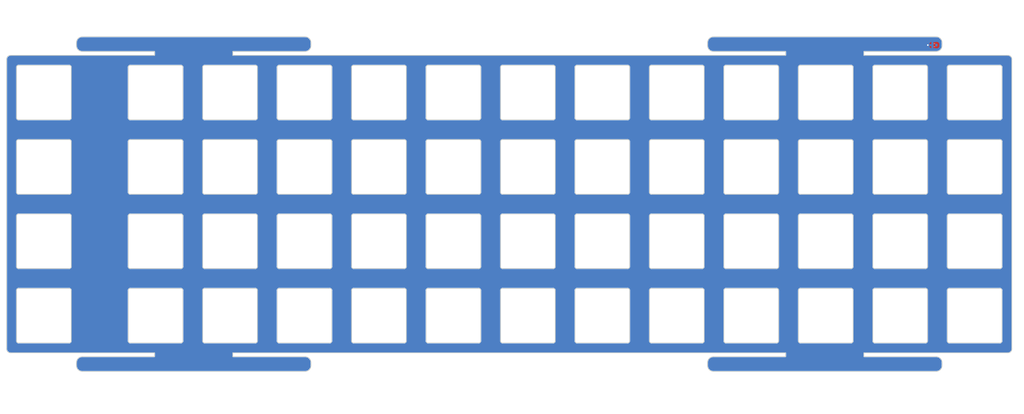
<source format=kicad_pcb>
(kicad_pcb (version 20221018) (generator pcbnew)
  (layers (0 "F.Cu" signal) (31 "B.Cu" signal) (34 "B.Paste" user) (35 "F.Paste" user) (36 "B.SilkS" user "B.Silkscreen") (37 "F.SilkS" user "F.Silkscreen") (38 "B.Mask" user) (39 "F.Mask" user) (44 "Edge.Cuts" user))
  (net 0 "")
  (net 2 "GND")
  (footprint "Resistor_SMD:R_0402_1005Metric" (layer "B.Cu") (at 256.0475 41.55 180)
    (fp_text reference "R1")
    (fp_text value "R_Small")
    (fp_line (start -0.153641 -0.38) (end 0.153641 -0.38) (stroke (width 0.12)) (layer "B.SilkS"))
    (fp_line (start -0.153641 0.38) (end 0.153641 0.38) (stroke (width 0.12)) (layer "B.SilkS"))
    (pad "1" smd roundrect (at -0.51 0 180) (size 0.54 0.64) (layers "B.Cu" "B.Paste" "B.Mask"))
    (pad "2" smd roundrect (at 0.51 0 180) (size 0.54 0.64) (layers "B.Cu" "B.Paste" "B.Mask") (net 2 "GND"))
  )
  (gr_arc (start 272.85 84.8) (mid 273.203553 84.946447) (end 273.35 85.3) (stroke (width 0.2)) (layer "Edge.Cuts"))
  (gr_arc (start 240.3 47.2) (mid 240.446447 46.846447) (end 240.8 46.7) (stroke (width 0.2)) (layer "Edge.Cuts"))
  (gr_arc (start 101.9 117.35) (mid 101.753553 117.703553) (end 101.4 117.85) (stroke (width 0.2)) (layer "Edge.Cuts"))
  (gr_line (start 96.559375 41.675) (end 96.559375 40.925) (stroke (width 0.2)) (layer "Edge.Cuts"))
  (gr_arc (start 18.7 45.175) (mid 18.992893 44.467893) (end 19.7 44.175) (stroke (width 0.2)) (layer "Edge.Cuts"))
  (gr_line (start 35.225 79.25) (end 35.225 66.25) (stroke (width 0.2)) (layer "Edge.Cuts"))
  (gr_arc (start 145.05 66.25) (mid 145.196447 65.896447) (end 145.55 65.75) (stroke (width 0.2)) (layer "Edge.Cuts"))
  (gr_arc (start 21.725 98.8) (mid 21.371447 98.653553) (end 21.225 98.3) (stroke (width 0.2)) (layer "Edge.Cuts"))
  (gr_arc (start 199.515625 43.175) (mid 198.454965 42.73566) (end 198.015625 41.675) (stroke (width 0.2)) (layer "Edge.Cuts"))
  (gr_arc (start 273.35 98.3) (mid 273.203553 98.653553) (end 272.85 98.8) (stroke (width 0.2)) (layer "Edge.Cuts"))
  (gr_line (start 259.85 65.75) (end 272.85 65.75) (stroke (width 0.2)) (layer "Edge.Cuts"))
  (gr_line (start 273.35 117.35) (end 273.35 104.35) (stroke (width 0.2)) (layer "Edge.Cuts"))
  (gr_arc (start 82.35 46.7) (mid 82.703553 46.846447) (end 82.85 47.2) (stroke (width 0.2)) (layer "Edge.Cuts"))
  (gr_arc (start 35.225 79.25) (mid 35.078553 79.603553) (end 34.725 79.75) (stroke (width 0.2)) (layer "Edge.Cuts"))
  (gr_line (start 145.05 47.2) (end 145.05 60.2) (stroke (width 0.2)) (layer "Edge.Cuts"))
  (gr_line (start 140 47.2) (end 140 60.2) (stroke (width 0.2)) (layer "Edge.Cuts"))
  (gr_arc (start 49.8 47.2) (mid 49.946447 46.846447) (end 50.3 46.7) (stroke (width 0.2)) (layer "Edge.Cuts"))
  (gr_arc (start 159.05 79.25) (mid 158.903553 79.603553) (end 158.55 79.75) (stroke (width 0.2)) (layer "Edge.Cuts"))
  (gr_arc (start 145.05 104.35) (mid 145.196447 103.996447) (end 145.55 103.85) (stroke (width 0.2)) (layer "Edge.Cuts"))
  (gr_arc (start 38.059375 43.175) (mid 36.998715 42.73566) (end 36.559375 41.675) (stroke (width 0.2)) (layer "Edge.Cuts"))
  (gr_arc (start 21.725 60.7) (mid 21.371447 60.553553) (end 21.225 60.2) (stroke (width 0.2)) (layer "Edge.Cuts"))
  (gr_line (start 164.1 47.2) (end 164.1 60.2) (stroke (width 0.2)) (layer "Edge.Cuts"))
  (gr_arc (start 258.015625 41.675) (mid 257.576285 42.73566) (end 256.515625 43.175) (stroke (width 0.2)) (layer "Edge.Cuts"))
  (gr_line (start 139.5 98.8) (end 126.5 98.8) (stroke (width 0.2)) (layer "Edge.Cuts"))
  (gr_arc (start 126.5 79.75) (mid 126.146447 79.603553) (end 126 79.25) (stroke (width 0.2)) (layer "Edge.Cuts"))
  (gr_line (start 240.3 104.35) (end 240.3 117.35) (stroke (width 0.2)) (layer "Edge.Cuts"))
  (gr_arc (start 107.45 60.7) (mid 107.096447 60.553553) (end 106.95 60.2) (stroke (width 0.2)) (layer "Edge.Cuts"))
  (gr_line (start 126 104.35) (end 126 117.35) (stroke (width 0.2)) (layer "Edge.Cuts"))
  (gr_arc (start 178.1 60.2) (mid 177.953553 60.553553) (end 177.6 60.7) (stroke (width 0.2)) (layer "Edge.Cuts"))
  (gr_line (start 63.3 65.75) (end 50.3 65.75) (stroke (width 0.2)) (layer "Edge.Cuts"))
  (gr_arc (start 21.225 104.35) (mid 21.371447 103.996447) (end 21.725 103.85) (stroke (width 0.2)) (layer "Edge.Cuts"))
  (gr_arc (start 159.05 60.2) (mid 158.903553 60.553553) (end 158.55 60.7) (stroke (width 0.2)) (layer "Edge.Cuts"))
  (gr_arc (start 63.3 65.75) (mid 63.653553 65.896447) (end 63.8 66.25) (stroke (width 0.2)) (layer "Edge.Cuts"))
  (gr_arc (start 177.6 84.8) (mid 177.953553 84.946447) (end 178.1 85.3) (stroke (width 0.2)) (layer "Edge.Cuts"))
  (gr_arc (start 120.45 84.8) (mid 120.803553 84.946447) (end 120.95 85.3) (stroke (width 0.2)) (layer "Edge.Cuts"))
  (gr_arc (start 50.3 60.7) (mid 49.946447 60.553553) (end 49.8 60.2) (stroke (width 0.2)) (layer "Edge.Cuts"))
  (gr_line (start 272.85 60.7) (end 259.85 60.7) (stroke (width 0.2)) (layer "Edge.Cuts"))
  (gr_line (start 139.5 60.7) (end 126.5 60.7) (stroke (width 0.2)) (layer "Edge.Cuts"))
  (gr_arc (start 126 85.3) (mid 126.146447 84.946447) (end 126.5 84.8) (stroke (width 0.2)) (layer "Edge.Cuts"))
  (gr_arc (start 253.8 65.75) (mid 254.153553 65.896447) (end 254.3 66.25) (stroke (width 0.2)) (layer "Edge.Cuts"))
  (gr_line (start 21.225 117.35) (end 21.225 104.35) (stroke (width 0.2)) (layer "Edge.Cuts"))
  (gr_line (start 183.65 79.75) (end 196.65 79.75) (stroke (width 0.2)) (layer "Edge.Cuts"))
  (gr_line (start 218.015625 44.175) (end 76.559375 44.175) (stroke (width 0.2)) (layer "Edge.Cuts"))
  (gr_line (start 221.25 104.35) (end 221.25 117.35) (stroke (width 0.2)) (layer "Edge.Cuts"))
  (gr_line (start 106.95 66.25) (end 106.95 79.25) (stroke (width 0.2)) (layer "Edge.Cuts"))
  (gr_arc (start 69.35 98.8) (mid 68.996447 98.653553) (end 68.85 98.3) (stroke (width 0.2)) (layer "Edge.Cuts"))
  (gr_arc (start 126.5 98.8) (mid 126.146447 98.653553) (end 126 98.3) (stroke (width 0.2)) (layer "Edge.Cuts"))
  (gr_arc (start 82.85 60.2) (mid 82.703553 60.553553) (end 82.35 60.7) (stroke (width 0.2)) (layer "Edge.Cuts"))
  (gr_line (start 197.15 60.2) (end 197.15 47.2) (stroke (width 0.2)) (layer "Edge.Cuts"))
  (gr_arc (start 63.8 117.35) (mid 63.653553 117.703553) (end 63.3 117.85) (stroke (width 0.2)) (layer "Edge.Cuts"))
  (gr_line (start 216.2 60.2) (end 216.2 47.2) (stroke (width 0.2)) (layer "Edge.Cuts"))
  (gr_line (start 238.015625 121.375) (end 238.015625 120.375) (stroke (width 0.2)) (layer "Edge.Cuts"))
  (gr_line (start 126.5 84.8) (end 139.5 84.8) (stroke (width 0.2)) (layer "Edge.Cuts"))
  (gr_arc (start 107.45 79.75) (mid 107.096447 79.603553) (end 106.95 79.25) (stroke (width 0.2)) (layer "Edge.Cuts"))
  (gr_line (start 69.35 98.8) (end 82.35 98.8) (stroke (width 0.2)) (layer "Edge.Cuts"))
  (gr_line (start 126.5 117.85) (end 139.5 117.85) (stroke (width 0.2)) (layer "Edge.Cuts"))
  (gr_arc (start 120.95 98.3) (mid 120.803553 98.653553) (end 120.45 98.8) (stroke (width 0.2)) (layer "Edge.Cuts"))
  (gr_line (start 164.1 85.3) (end 164.1 98.3) (stroke (width 0.2)) (layer "Edge.Cuts"))
  (gr_line (start 221.25 98.3) (end 221.25 85.3) (stroke (width 0.2)) (layer "Edge.Cuts"))
  (gr_arc (start 235.25 60.2) (mid 235.103553 60.553553) (end 234.75 60.7) (stroke (width 0.2)) (layer "Edge.Cuts"))
  (gr_line (start 21.725 98.8) (end 34.725 98.8) (stroke (width 0.2)) (layer "Edge.Cuts"))
  (gr_arc (start 221.75 117.85) (mid 221.396447 117.703553) (end 221.25 117.35) (stroke (width 0.2)) (layer "Edge.Cuts"))
  (gr_line (start 273.35 47.2) (end 273.35 60.2) (stroke (width 0.2)) (layer "Edge.Cuts"))
  (gr_line (start 197.15 98.3) (end 197.15 85.3) (stroke (width 0.2)) (layer "Edge.Cuts"))
  (gr_arc (start 139.5 103.85) (mid 139.853553 103.996447) (end 140 104.35) (stroke (width 0.2)) (layer "Edge.Cuts"))
  (gr_line (start 36.559375 40.925) (end 36.559375 41.675) (stroke (width 0.2)) (layer "Edge.Cuts"))
  (gr_line (start 126.5 79.75) (end 139.5 79.75) (stroke (width 0.2)) (layer "Edge.Cuts"))
  (gr_arc (start 106.95 47.2) (mid 107.096447 46.846447) (end 107.45 46.7) (stroke (width 0.2)) (layer "Edge.Cuts"))
  (gr_line (start 34.725 65.75) (end 21.725 65.75) (stroke (width 0.2)) (layer "Edge.Cuts"))
  (gr_line (start 178.1 66.25) (end 178.1 79.25) (stroke (width 0.2)) (layer "Edge.Cuts"))
  (gr_arc (start 178.1 79.25) (mid 177.953553 79.603553) (end 177.6 79.75) (stroke (width 0.2)) (layer "Edge.Cuts"))
  (gr_line (start 234.75 103.85) (end 221.75 103.85) (stroke (width 0.2)) (layer "Edge.Cuts"))
  (gr_arc (start 273.35 79.25) (mid 273.203553 79.603553) (end 272.85 79.75) (stroke (width 0.2)) (layer "Edge.Cuts"))
  (gr_line (start 234.75 46.7) (end 221.75 46.7) (stroke (width 0.2)) (layer "Edge.Cuts"))
  (gr_line (start 215.7 65.75) (end 202.7 65.75) (stroke (width 0.2)) (layer "Edge.Cuts"))
  (gr_arc (start 49.8 66.25) (mid 49.946447 65.896447) (end 50.3 65.75) (stroke (width 0.2)) (layer "Edge.Cuts"))
  (gr_line (start 101.4 84.8) (end 88.4 84.8) (stroke (width 0.2)) (layer "Edge.Cuts"))
  (gr_arc (start 68.85 85.3) (mid 68.996447 84.946447) (end 69.35 84.8) (stroke (width 0.2)) (layer "Edge.Cuts"))
  (gr_arc (start 164.1 66.25) (mid 164.246447 65.896447) (end 164.6 65.75) (stroke (width 0.2)) (layer "Edge.Cuts"))
  (gr_arc (start 140 79.25) (mid 139.853553 79.603553) (end 139.5 79.75) (stroke (width 0.2)) (layer "Edge.Cuts"))
  (gr_line (start 145.55 79.75) (end 158.55 79.75) (stroke (width 0.2)) (layer "Edge.Cuts"))
  (gr_line (start 49.8 47.2) (end 49.8 60.2) (stroke (width 0.2)) (layer "Edge.Cuts"))
  (gr_line (start 82.35 103.85) (end 69.35 103.85) (stroke (width 0.2)) (layer "Edge.Cuts"))
  (gr_line (start 235.25 117.35) (end 235.25 104.35) (stroke (width 0.2)) (layer "Edge.Cuts"))
  (gr_line (start 256.515625 39.425) (end 199.515625 39.425) (stroke (width 0.2)) (layer "Edge.Cuts"))
  (gr_line (start 49.8 85.3) (end 49.8 98.3) (stroke (width 0.2)) (layer "Edge.Cuts"))
  (gr_arc (start 145.55 79.75) (mid 145.196447 79.603553) (end 145.05 79.25) (stroke (width 0.2)) (layer "Edge.Cuts"))
  (gr_arc (start 197.15 60.2) (mid 197.003553 60.553553) (end 196.65 60.7) (stroke (width 0.2)) (layer "Edge.Cuts"))
  (gr_arc (start 158.55 46.7) (mid 158.903553 46.846447) (end 159.05 47.2) (stroke (width 0.2)) (layer "Edge.Cuts"))
  (gr_line (start 196.65 65.75) (end 183.65 65.75) (stroke (width 0.2)) (layer "Edge.Cuts"))
  (gr_arc (start 196.65 65.75) (mid 197.003553 65.896447) (end 197.15 66.25) (stroke (width 0.2)) (layer "Edge.Cuts"))
  (gr_line (start 164.1 104.35) (end 164.1 117.35) (stroke (width 0.2)) (layer "Edge.Cuts"))
  (gr_line (start 63.8 117.35) (end 63.8 104.35) (stroke (width 0.2)) (layer "Edge.Cuts"))
  (gr_arc (start 254.3 98.3) (mid 254.153553 98.653553) (end 253.8 98.8) (stroke (width 0.2)) (layer "Edge.Cuts"))
  (gr_arc (start 202.2 104.35) (mid 202.346447 103.996447) (end 202.7 103.85) (stroke (width 0.2)) (layer "Edge.Cuts"))
  (gr_arc (start 259.35 47.2) (mid 259.496447 46.846447) (end 259.85 46.7) (stroke (width 0.2)) (layer "Edge.Cuts"))
  (gr_arc (start 145.55 98.8) (mid 145.196447 98.653553) (end 145.05 98.3) (stroke (width 0.2)) (layer "Edge.Cuts"))
  (gr_arc (start 202.2 85.3) (mid 202.346447 84.946447) (end 202.7 84.8) (stroke (width 0.2)) (layer "Edge.Cuts"))
  (gr_line (start 272.85 103.85) (end 259.85 103.85) (stroke (width 0.2)) (layer "Edge.Cuts"))
  (gr_line (start 50.3 79.75) (end 63.3 79.75) (stroke (width 0.2)) (layer "Edge.Cuts"))
  (gr_line (start 159.05 117.35) (end 159.05 104.35) (stroke (width 0.2)) (layer "Edge.Cuts"))
  (gr_arc (start 82.35 103.85) (mid 82.703553 103.996447) (end 82.85 104.35) (stroke (width 0.2)) (layer "Edge.Cuts"))
  (gr_arc (start 95.059375 121.375) (mid 96.120035 121.81434) (end 96.559375 122.875) (stroke (width 0.2)) (layer "Edge.Cuts"))
  (gr_line (start 21.725 79.75) (end 34.725 79.75) (stroke (width 0.2)) (layer "Edge.Cuts"))
  (gr_line (start 82.85 98.3) (end 82.85 85.3) (stroke (width 0.2)) (layer "Edge.Cuts"))
  (gr_arc (start 107.45 117.85) (mid 107.096447 117.703553) (end 106.95 117.35) (stroke (width 0.2)) (layer "Edge.Cuts"))
  (gr_line (start 202.7 60.7) (end 215.7 60.7) (stroke (width 0.2)) (layer "Edge.Cuts"))
  (gr_arc (start 50.3 117.85) (mid 49.946447 117.703553) (end 49.8 117.35) (stroke (width 0.2)) (layer "Edge.Cuts"))
  (gr_arc (start 216.2 60.2) (mid 216.053553 60.553553) (end 215.7 60.7) (stroke (width 0.2)) (layer "Edge.Cuts"))
  (gr_arc (start 101.9 60.2) (mid 101.753553 60.553553) (end 101.4 60.7) (stroke (width 0.2)) (layer "Edge.Cuts"))
  (gr_arc (start 82.85 79.25) (mid 82.703553 79.603553) (end 82.35 79.75) (stroke (width 0.2)) (layer "Edge.Cuts"))
  (gr_line (start 38.059375 125.125) (end 95.059375 125.125) (stroke (width 0.2)) (layer "Edge.Cuts"))
  (gr_line (start 202.2 85.3) (end 202.2 98.3) (stroke (width 0.2)) (layer "Edge.Cuts"))
  (gr_line (start 259.85 98.8) (end 272.85 98.8) (stroke (width 0.2)) (layer "Edge.Cuts"))
  (gr_arc (start 63.3 103.85) (mid 63.653553 103.996447) (end 63.8 104.35) (stroke (width 0.2)) (layer "Edge.Cuts"))
  (gr_line (start 183.15 47.2) (end 183.15 60.2) (stroke (width 0.2)) (layer "Edge.Cuts"))
  (gr_line (start 140 117.35) (end 140 104.35) (stroke (width 0.2)) (layer "Edge.Cuts"))
  (gr_line (start 50.3 117.85) (end 63.3 117.85) (stroke (width 0.2)) (layer "Edge.Cuts"))
  (gr_arc (start 221.75 98.8) (mid 221.396447 98.653553) (end 221.25 98.3) (stroke (width 0.2)) (layer "Edge.Cuts"))
  (gr_line (start 95.059375 39.425) (end 38.059375 39.425) (stroke (width 0.2)) (layer "Edge.Cuts"))
  (gr_line (start 234.75 98.8) (end 221.75 98.8) (stroke (width 0.2)) (layer "Edge.Cuts"))
  (gr_line (start 106.95 104.35) (end 106.95 117.35) (stroke (width 0.2)) (layer "Edge.Cuts"))
  (gr_arc (start 36.559375 40.925) (mid 36.998715 39.86434) (end 38.059375 39.425) (stroke (width 0.2)) (layer "Edge.Cuts"))
  (gr_arc (start 19.7 120.375) (mid 18.992893 120.082107) (end 18.7 119.375) (stroke (width 0.2)) (layer "Edge.Cuts"))
  (gr_arc (start 63.3 46.7) (mid 63.653553 46.846447) (end 63.8 47.2) (stroke (width 0.2)) (layer "Edge.Cuts"))
  (gr_line (start 178.1 117.35) (end 178.1 104.35) (stroke (width 0.2)) (layer "Edge.Cuts"))
  (gr_arc (start 216.2 117.35) (mid 216.053553 117.703553) (end 215.7 117.85) (stroke (width 0.2)) (layer "Edge.Cuts"))
  (gr_line (start 107.45 60.7) (end 120.45 60.7) (stroke (width 0.2)) (layer "Edge.Cuts"))
  (gr_arc (start 36.559375 122.875) (mid 36.998715 121.81434) (end 38.059375 121.375) (stroke (width 0.2)) (layer "Edge.Cuts"))
  (gr_line (start 145.55 60.7) (end 158.55 60.7) (stroke (width 0.2)) (layer "Edge.Cuts"))
  (gr_arc (start 159.05 98.3) (mid 158.903553 98.653553) (end 158.55 98.8) (stroke (width 0.2)) (layer "Edge.Cuts"))
  (gr_line (start 87.9 66.25) (end 87.9 79.25) (stroke (width 0.2)) (layer "Edge.Cuts"))
  (gr_line (start 101.4 65.75) (end 88.4 65.75) (stroke (width 0.2)) (layer "Edge.Cuts"))
  (gr_line (start 253.8 46.7) (end 240.8 46.7) (stroke (width 0.2)) (layer "Edge.Cuts"))
  (gr_line (start 221.25 47.2) (end 221.25 60.2) (stroke (width 0.2)) (layer "Edge.Cuts"))
  (gr_arc (start 82.35 65.75) (mid 82.703553 65.896447) (end 82.85 66.25) (stroke (width 0.2)) (layer "Edge.Cuts"))
  (gr_arc (start 272.85 46.7) (mid 273.203553 46.846447) (end 273.35 47.2) (stroke (width 0.2)) (layer "Edge.Cuts"))
  (gr_line (start 88.4 79.75) (end 101.4 79.75) (stroke (width 0.2)) (layer "Edge.Cuts"))
  (gr_arc (start 82.85 117.35) (mid 82.703553 117.703553) (end 82.35 117.85) (stroke (width 0.2)) (layer "Edge.Cuts"))
  (gr_line (start 82.35 65.75) (end 69.35 65.75) (stroke (width 0.2)) (layer "Edge.Cuts"))
  (gr_line (start 196.65 84.8) (end 183.65 84.8) (stroke (width 0.2)) (layer "Edge.Cuts"))
  (gr_arc (start 21.225 85.3) (mid 21.371447 84.946447) (end 21.725 84.8) (stroke (width 0.2)) (layer "Edge.Cuts"))
  (gr_arc (start 235.25 98.3) (mid 235.103553 98.653553) (end 234.75 98.8) (stroke (width 0.2)) (layer "Edge.Cuts"))
  (gr_arc (start 69.35 60.7) (mid 68.996447 60.553553) (end 68.85 60.2) (stroke (width 0.2)) (layer "Edge.Cuts"))
  (gr_line (start 18.7 45.175) (end 18.7 119.375) (stroke (width 0.2)) (layer "Edge.Cuts"))
  (gr_line (start 101.4 46.7) (end 88.4 46.7) (stroke (width 0.2)) (layer "Edge.Cuts"))
  (gr_arc (start 253.8 84.8) (mid 254.153553 84.946447) (end 254.3 85.3) (stroke (width 0.2)) (layer "Edge.Cuts"))
  (gr_line (start 106.95 85.3) (end 106.95 98.3) (stroke (width 0.2)) (layer "Edge.Cuts"))
  (gr_arc (start 145.55 117.85) (mid 145.196447 117.703553) (end 145.05 117.35) (stroke (width 0.2)) (layer "Edge.Cuts"))
  (gr_line (start 82.85 117.35) (end 82.85 104.35) (stroke (width 0.2)) (layer "Edge.Cuts"))
  (gr_line (start 21.225 85.3) (end 21.225 98.3) (stroke (width 0.2)) (layer "Edge.Cuts"))
  (gr_line (start 240.8 79.75) (end 253.8 79.75) (stroke (width 0.2)) (layer "Edge.Cuts"))
  (gr_line (start 56.559375 120.375) (end 56.559375 121.375) (stroke (width 0.2)) (layer "Edge.Cuts"))
  (gr_line (start 63.3 103.85) (end 50.3 103.85) (stroke (width 0.2)) (layer "Edge.Cuts"))
  (gr_line (start 218.015625 120.375) (end 218.015625 121.375) (stroke (width 0.2)) (layer "Edge.Cuts"))
  (gr_arc (start 254.3 60.2) (mid 254.153553 60.553553) (end 253.8 60.7) (stroke (width 0.2)) (layer "Edge.Cuts"))
  (gr_line (start 177.6 103.85) (end 164.6 103.85) (stroke (width 0.2)) (layer "Edge.Cuts"))
  (gr_arc (start 120.45 46.7) (mid 120.803553 46.846447) (end 120.95 47.2) (stroke (width 0.2)) (layer "Edge.Cuts"))
  (gr_line (start 164.6 60.7) (end 177.6 60.7) (stroke (width 0.2)) (layer "Edge.Cuts"))
  (gr_arc (start 215.7 84.8) (mid 216.053553 84.946447) (end 216.2 85.3) (stroke (width 0.2)) (layer "Edge.Cuts"))
  (gr_arc (start 21.225 66.25) (mid 21.371447 65.896447) (end 21.725 65.75) (stroke (width 0.2)) (layer "Edge.Cuts"))
  (gr_arc (start 35.225 98.3) (mid 35.078553 98.653553) (end 34.725 98.8) (stroke (width 0.2)) (layer "Edge.Cuts"))
  (gr_arc (start 259.35 104.35) (mid 259.496447 103.996447) (end 259.85 103.85) (stroke (width 0.2)) (layer "Edge.Cuts"))
  (gr_line (start 87.9 85.3) (end 87.9 98.3) (stroke (width 0.2)) (layer "Edge.Cuts"))
  (gr_arc (start 216.2 98.3) (mid 216.053553 98.653553) (end 215.7 98.8) (stroke (width 0.2)) (layer "Edge.Cuts"))
  (gr_arc (start 234.75 84.8) (mid 235.103553 84.946447) (end 235.25 85.3) (stroke (width 0.2)) (layer "Edge.Cuts"))
  (gr_line (start 202.7 79.75) (end 215.7 79.75) (stroke (width 0.2)) (layer "Edge.Cuts"))
  (gr_line (start 215.7 46.7) (end 202.7 46.7) (stroke (width 0.2)) (layer "Edge.Cuts"))
  (gr_arc (start 126.5 60.7) (mid 126.146447 60.553553) (end 126 60.2) (stroke (width 0.2)) (layer "Edge.Cuts"))
  (gr_arc (start 240.3 85.3) (mid 240.446447 84.946447) (end 240.8 84.8) (stroke (width 0.2)) (layer "Edge.Cuts"))
  (gr_arc (start 50.3 79.75) (mid 49.946447 79.603553) (end 49.8 79.25) (stroke (width 0.2)) (layer "Edge.Cuts"))
  (gr_line (start 145.05 104.35) (end 145.05 117.35) (stroke (width 0.2)) (layer "Edge.Cuts"))
  (gr_arc (start 164.6 117.85) (mid 164.246447 117.703553) (end 164.1 117.35) (stroke (width 0.2)) (layer "Edge.Cuts"))
  (gr_line (start 56.559375 44.175) (end 19.7 44.175) (stroke (width 0.2)) (layer "Edge.Cuts"))
  (gr_line (start 274.875 44.175) (end 238.015625 44.175) (stroke (width 0.2)) (layer "Edge.Cuts"))
  (gr_line (start 158.55 65.75) (end 145.55 65.75) (stroke (width 0.2)) (layer "Edge.Cuts"))
  (gr_line (start 258.015625 41.675) (end 258.015625 40.925) (stroke (width 0.2)) (layer "Edge.Cuts"))
  (gr_line (start 254.3 60.2) (end 254.3 47.2) (stroke (width 0.2)) (layer "Edge.Cuts"))
  (gr_arc (start 49.8 85.3) (mid 49.946447 84.946447) (end 50.3 84.8) (stroke (width 0.2)) (layer "Edge.Cuts"))
  (gr_line (start 76.559375 121.375) (end 76.559375 120.375) (stroke (width 0.2)) (layer "Edge.Cuts"))
  (gr_line (start 235.25 85.3) (end 235.25 98.3) (stroke (width 0.2)) (layer "Edge.Cuts"))
  (gr_line (start 240.3 47.2) (end 240.3 60.2) (stroke (width 0.2)) (layer "Edge.Cuts"))
  (gr_arc (start 63.8 98.3) (mid 63.653553 98.653553) (end 63.3 98.8) (stroke (width 0.2)) (layer "Edge.Cuts"))
  (gr_arc (start 221.25 66.25) (mid 221.396447 65.896447) (end 221.75 65.75) (stroke (width 0.2)) (layer "Edge.Cuts"))
  (gr_line (start 259.35 60.2) (end 259.35 47.2) (stroke (width 0.2)) (layer "Edge.Cuts"))
  (gr_line (start 69.35 60.7) (end 82.35 60.7) (stroke (width 0.2)) (layer "Edge.Cuts"))
  (gr_line (start 88.4 117.85) (end 101.4 117.85) (stroke (width 0.2)) (layer "Edge.Cuts"))
  (gr_arc (start 63.8 60.2) (mid 63.653553 60.553553) (end 63.3 60.7) (stroke (width 0.2)) (layer "Edge.Cuts"))
  (gr_arc (start 126 47.2) (mid 126.146447 46.846447) (end 126.5 46.7) (stroke (width 0.2)) (layer "Edge.Cuts"))
  (gr_line (start 197.15 79.25) (end 197.15 66.25) (stroke (width 0.2)) (layer "Edge.Cuts"))
  (gr_line (start 120.45 65.75) (end 107.45 65.75) (stroke (width 0.2)) (layer "Edge.Cuts"))
  (gr_line (start 139.5 103.85) (end 126.5 103.85) (stroke (width 0.2)) (layer "Edge.Cuts"))
  (gr_arc (start 87.9 47.2) (mid 88.046447 46.846447) (end 88.4 46.7) (stroke (width 0.2)) (layer "Edge.Cuts"))
  (gr_line (start 183.15 104.35) (end 183.15 117.35) (stroke (width 0.2)) (layer "Edge.Cuts"))
  (gr_arc (start 35.225 60.2) (mid 35.078553 60.553553) (end 34.725 60.7) (stroke (width 0.2)) (layer "Edge.Cuts"))
  (gr_arc (start 164.1 47.2) (mid 164.246447 46.846447) (end 164.6 46.7) (stroke (width 0.2)) (layer "Edge.Cuts"))
  (gr_line (start 164.6 117.85) (end 177.6 117.85) (stroke (width 0.2)) (layer "Edge.Cuts"))
  (gr_arc (start 140 60.2) (mid 139.853553 60.553553) (end 139.5 60.7) (stroke (width 0.2)) (layer "Edge.Cuts"))
  (gr_arc (start 34.725 65.75) (mid 35.078553 65.896447) (end 35.225 66.25) (stroke (width 0.2)) (layer "Edge.Cuts"))
  (gr_line (start 259.35 79.25) (end 259.35 66.25) (stroke (width 0.2)) (layer "Edge.Cuts"))
  (gr_line (start 120.95 98.3) (end 120.95 85.3) (stroke (width 0.2)) (layer "Edge.Cuts"))
  (gr_arc (start 183.65 98.8) (mid 183.296447 98.653553) (end 183.15 98.3) (stroke (width 0.2)) (layer "Edge.Cuts"))
  (gr_arc (start 183.65 60.7) (mid 183.296447 60.553553) (end 183.15 60.2) (stroke (width 0.2)) (layer "Edge.Cuts"))
  (gr_line (start 35.225 98.3) (end 35.225 85.3) (stroke (width 0.2)) (layer "Edge.Cuts"))
  (gr_arc (start 183.65 79.75) (mid 183.296447 79.603553) (end 183.15 79.25) (stroke (width 0.2)) (layer "Edge.Cuts"))
  (gr_line (start 159.05 79.25) (end 159.05 66.25) (stroke (width 0.2)) (layer "Edge.Cuts"))
  (gr_line (start 273.35 98.3) (end 273.35 85.3) (stroke (width 0.2)) (layer "Edge.Cuts"))
  (gr_line (start 76.559375 44.175) (end 76.559375 43.175) (stroke (width 0.2)) (layer "Edge.Cuts"))
  (gr_line (start 36.559375 122.875) (end 36.559375 123.625) (stroke (width 0.2)) (layer "Edge.Cuts"))
  (gr_arc (start 273.35 117.35) (mid 273.203553 117.703553) (end 272.85 117.85) (stroke (width 0.2)) (layer "Edge.Cuts"))
  (gr_arc (start 88.4 98.8) (mid 88.046447 98.653553) (end 87.9 98.3) (stroke (width 0.2)) (layer "Edge.Cuts"))
  (gr_line (start 126 66.25) (end 126 79.25) (stroke (width 0.2)) (layer "Edge.Cuts"))
  (gr_line (start 68.85 104.35) (end 68.85 117.35) (stroke (width 0.2)) (layer "Edge.Cuts"))
  (gr_line (start 216.2 79.25) (end 216.2 66.25) (stroke (width 0.2)) (layer "Edge.Cuts"))
  (gr_arc (start 101.4 103.85) (mid 101.753553 103.996447) (end 101.9 104.35) (stroke (width 0.2)) (layer "Edge.Cuts"))
  (gr_line (start 35.225 60.2) (end 35.225 47.2) (stroke (width 0.2)) (layer "Edge.Cuts"))
  (gr_arc (start 199.515625 125.125) (mid 198.454965 124.68566) (end 198.015625 123.625) (stroke (width 0.2)) (layer "Edge.Cuts"))
  (gr_arc (start 259.85 60.7) (mid 259.496447 60.553553) (end 259.35 60.2) (stroke (width 0.2)) (layer "Edge.Cuts"))
  (gr_arc (start 215.7 65.75) (mid 216.053553 65.896447) (end 216.2 66.25) (stroke (width 0.2)) (layer "Edge.Cuts"))
  (gr_arc (start 101.9 79.25) (mid 101.753553 79.603553) (end 101.4 79.75) (stroke (width 0.2)) (layer "Edge.Cuts"))
  (gr_arc (start 259.85 79.75) (mid 259.496447 79.603553) (end 259.35 79.25) (stroke (width 0.2)) (layer "Edge.Cuts"))
  (gr_arc (start 139.5 46.7) (mid 139.853553 46.846447) (end 140 47.2) (stroke (width 0.2)) (layer "Edge.Cuts"))
  (gr_line (start 101.9 117.35) (end 101.9 104.35) (stroke (width 0.2)) (layer "Edge.Cuts"))
  (gr_line (start 158.55 103.85) (end 145.55 103.85) (stroke (width 0.2)) (layer "Edge.Cuts"))
  (gr_arc (start 221.75 60.7) (mid 221.396447 60.553553) (end 221.25 60.2) (stroke (width 0.2)) (layer "Edge.Cuts"))
  (gr_arc (start 256.515625 121.375) (mid 257.576285 121.81434) (end 258.015625 122.875) (stroke (width 0.2)) (layer "Edge.Cuts"))
  (gr_line (start 202.2 47.2) (end 202.2 60.2) (stroke (width 0.2)) (layer "Edge.Cuts"))
  (gr_arc (start 140 117.35) (mid 139.853553 117.703553) (end 139.5 117.85) (stroke (width 0.2)) (layer "Edge.Cuts"))
  (gr_line (start 202.7 117.85) (end 215.7 117.85) (stroke (width 0.2)) (layer "Edge.Cuts"))
  (gr_line (start 126.5 46.7) (end 139.5 46.7) (stroke (width 0.2)) (layer "Edge.Cuts"))
  (gr_arc (start 221.25 104.35) (mid 221.396447 103.996447) (end 221.75 103.85) (stroke (width 0.2)) (layer "Edge.Cuts"))
  (gr_arc (start 234.75 65.75) (mid 235.103553 65.896447) (end 235.25 66.25) (stroke (width 0.2)) (layer "Edge.Cuts"))
  (gr_line (start 34.725 46.7) (end 21.725 46.7) (stroke (width 0.2)) (layer "Edge.Cuts"))
  (gr_line (start 120.95 79.25) (end 120.95 66.25) (stroke (width 0.2)) (layer "Edge.Cuts"))
  (gr_line (start 76.559375 43.175) (end 95.059375 43.175) (stroke (width 0.2)) (layer "Edge.Cuts"))
  (gr_arc (start 164.1 104.35) (mid 164.246447 103.996447) (end 164.6 103.85) (stroke (width 0.2)) (layer "Edge.Cuts"))
  (gr_line (start 240.8 117.85) (end 253.8 117.85) (stroke (width 0.2)) (layer "Edge.Cuts"))
  (gr_line (start 76.559375 120.375) (end 218.015625 120.375) (stroke (width 0.2)) (layer "Edge.Cuts"))
  (gr_arc (start 254.3 117.35) (mid 254.153553 117.703553) (end 253.8 117.85) (stroke (width 0.2)) (layer "Edge.Cuts"))
  (gr_line (start 221.75 60.7) (end 234.75 60.7) (stroke (width 0.2)) (layer "Edge.Cuts"))
  (gr_line (start 158.55 84.8) (end 145.55 84.8) (stroke (width 0.2)) (layer "Edge.Cuts"))
  (gr_arc (start 101.4 65.75) (mid 101.753553 65.896447) (end 101.9 66.25) (stroke (width 0.2)) (layer "Edge.Cuts"))
  (gr_arc (start 49.8 104.35) (mid 49.946447 103.996447) (end 50.3 103.85) (stroke (width 0.2)) (layer "Edge.Cuts"))
  (gr_arc (start 202.7 117.85) (mid 202.346447 117.703553) (end 202.2 117.35) (stroke (width 0.2)) (layer "Edge.Cuts"))
  (gr_arc (start 145.05 47.2) (mid 145.196447 46.846447) (end 145.55 46.7) (stroke (width 0.2)) (layer "Edge.Cuts"))
  (gr_line (start 259.85 46.7) (end 272.85 46.7) (stroke (width 0.2)) (layer "Edge.Cuts"))
  (gr_arc (start 95.059375 39.425) (mid 96.120035 39.86434) (end 96.559375 40.925) (stroke (width 0.2)) (layer "Edge.Cuts"))
  (gr_arc (start 202.7 98.8) (mid 202.346447 98.653553) (end 202.2 98.3) (stroke (width 0.2)) (layer "Edge.Cuts"))
  (gr_arc (start 87.9 66.25) (mid 88.046447 65.896447) (end 88.4 65.75) (stroke (width 0.2)) (layer "Edge.Cuts"))
  (gr_line (start 164.6 98.8) (end 177.6 98.8) (stroke (width 0.2)) (layer "Edge.Cuts"))
  (gr_arc (start 120.95 117.35) (mid 120.803553 117.703553) (end 120.45 117.85) (stroke (width 0.2)) (layer "Edge.Cuts"))
  (gr_line (start 120.45 103.85) (end 107.45 103.85) (stroke (width 0.2)) (layer "Edge.Cuts"))
  (gr_arc (start 235.25 79.25) (mid 235.103553 79.603553) (end 234.75 79.75) (stroke (width 0.2)) (layer "Edge.Cuts"))
  (gr_line (start 63.3 46.7) (end 50.3 46.7) (stroke (width 0.2)) (layer "Edge.Cuts"))
  (gr_line (start 215.7 84.8) (end 202.7 84.8) (stroke (width 0.2)) (layer "Edge.Cuts"))
  (gr_line (start 159.05 60.2) (end 159.05 47.2) (stroke (width 0.2)) (layer "Edge.Cuts"))
  (gr_arc (start 273.35 60.2) (mid 273.203553 60.553553) (end 272.85 60.7) (stroke (width 0.2)) (layer "Edge.Cuts"))
  (gr_line (start 240.3 85.3) (end 240.3 98.3) (stroke (width 0.2)) (layer "Edge.Cuts"))
  (gr_arc (start 164.6 79.75) (mid 164.246447 79.603553) (end 164.1 79.25) (stroke (width 0.2)) (layer "Edge.Cuts"))
  (gr_line (start 240.3 66.25) (end 240.3 79.25) (stroke (width 0.2)) (layer "Edge.Cuts"))
  (gr_arc (start 88.4 117.85) (mid 88.046447 117.703553) (end 87.9 117.35) (stroke (width 0.2)) (layer "Edge.Cuts"))
  (gr_line (start 183.15 85.3) (end 183.15 98.3) (stroke (width 0.2)) (layer "Edge.Cuts"))
  (gr_line (start 238.015625 120.375) (end 274.875 120.375) (stroke (width 0.2)) (layer "Edge.Cuts"))
  (gr_line (start 140 79.25) (end 140 66.25) (stroke (width 0.2)) (layer "Edge.Cuts"))
  (gr_arc (start 202.2 47.2) (mid 202.346447 46.846447) (end 202.7 46.7) (stroke (width 0.2)) (layer "Edge.Cuts"))
  (gr_line (start 68.85 66.25) (end 68.85 79.25) (stroke (width 0.2)) (layer "Edge.Cuts"))
  (gr_arc (start 88.4 79.75) (mid 88.046447 79.603553) (end 87.9 79.25) (stroke (width 0.2)) (layer "Edge.Cuts"))
  (gr_arc (start 240.8 60.7) (mid 240.446447 60.553553) (end 240.3 60.2) (stroke (width 0.2)) (layer "Edge.Cuts"))
  (gr_line (start 63.3 84.8) (end 50.3 84.8) (stroke (width 0.2)) (layer "Edge.Cuts"))
  (gr_line (start 63.8 98.3) (end 63.8 85.3) (stroke (width 0.2)) (layer "Edge.Cuts"))
  (gr_arc (start 120.95 60.2) (mid 120.803553 60.553553) (end 120.45 60.7) (stroke (width 0.2)) (layer "Edge.Cuts"))
  (gr_arc (start 216.2 79.25) (mid 216.053553 79.603553) (end 215.7 79.75) (stroke (width 0.2)) (layer "Edge.Cuts"))
  (gr_arc (start 145.55 60.7) (mid 145.196447 60.553553) (end 145.05 60.2) (stroke (width 0.2)) (layer "Edge.Cuts"))
  (gr_arc (start 215.7 46.7) (mid 216.053553 46.846447) (end 216.2 47.2) (stroke (width 0.2)) (layer "Edge.Cuts"))
  (gr_line (start 21.725 103.85) (end 34.725 103.85) (stroke (width 0.2)) (layer "Edge.Cuts"))
  (gr_arc (start 275.875 119.375) (mid 275.582107 120.082107) (end 274.875 120.375) (stroke (width 0.2)) (layer "Edge.Cuts"))
  (gr_arc (start 68.85 47.2) (mid 68.996447 46.846447) (end 69.35 46.7) (stroke (width 0.2)) (layer "Edge.Cuts"))
  (gr_arc (start 177.6 65.75) (mid 177.953553 65.896447) (end 178.1 66.25) (stroke (width 0.2)) (layer "Edge.Cuts"))
  (gr_line (start 101.9 79.25) (end 101.9 66.25) (stroke (width 0.2)) (layer "Edge.Cuts"))
  (gr_line (start 272.85 79.75) (end 259.85 79.75) (stroke (width 0.2)) (layer "Edge.Cuts"))
  (gr_line (start 202.2 104.35) (end 202.2 117.35) (stroke (width 0.2)) (layer "Edge.Cuts"))
  (gr_arc (start 202.7 79.75) (mid 202.346447 79.603553) (end 202.2 79.25) (stroke (width 0.2)) (layer "Edge.Cuts"))
  (gr_arc (start 21.725 79.75) (mid 21.371447 79.603553) (end 21.225 79.25) (stroke (width 0.2)) (layer "Edge.Cuts"))
  (gr_line (start 234.75 65.75) (end 221.75 65.75) (stroke (width 0.2)) (layer "Edge.Cuts"))
  (gr_line (start 240.8 98.8) (end 253.8 98.8) (stroke (width 0.2)) (layer "Edge.Cuts"))
  (gr_arc (start 164.6 60.7) (mid 164.246447 60.553553) (end 164.1 60.2) (stroke (width 0.2)) (layer "Edge.Cuts"))
  (gr_arc (start 183.65 117.85) (mid 183.296447 117.703553) (end 183.15 117.35) (stroke (width 0.2)) (layer "Edge.Cuts"))
  (gr_line (start 139.5 65.75) (end 126.5 65.75) (stroke (width 0.2)) (layer "Edge.Cuts"))
  (gr_line (start 177.6 46.7) (end 164.6 46.7) (stroke (width 0.2)) (layer "Edge.Cuts"))
  (gr_line (start 49.8 66.25) (end 49.8 79.25) (stroke (width 0.2)) (layer "Edge.Cuts"))
  (gr_arc (start 164.1 85.3) (mid 164.246447 84.946447) (end 164.6 84.8) (stroke (width 0.2)) (layer "Edge.Cuts"))
  (gr_arc (start 256.515625 39.425) (mid 257.576285 39.86434) (end 258.015625 40.925) (stroke (width 0.2)) (layer "Edge.Cuts"))
  (gr_line (start 145.55 117.85) (end 158.55 117.85) (stroke (width 0.2)) (layer "Edge.Cuts"))
  (gr_line (start 178.1 98.3) (end 178.1 85.3) (stroke (width 0.2)) (layer "Edge.Cuts"))
  (gr_line (start 273.35 66.25) (end 273.35 79.25) (stroke (width 0.2)) (layer "Edge.Cuts"))
  (gr_arc (start 126 66.25) (mid 126.146447 65.896447) (end 126.5 65.75) (stroke (width 0.2)) (layer "Edge.Cuts"))
  (gr_arc (start 139.5 84.8) (mid 139.853553 84.946447) (end 140 85.3) (stroke (width 0.2)) (layer "Edge.Cuts"))
  (gr_line (start 164.6 65.75) (end 177.6 65.75) (stroke (width 0.2)) (layer "Edge.Cuts"))
  (gr_arc (start 240.8 79.75) (mid 240.446447 79.603553) (end 240.3 79.25) (stroke (width 0.2)) (layer "Edge.Cuts"))
  (gr_arc (start 88.4 60.7) (mid 88.046447 60.553553) (end 87.9 60.2) (stroke (width 0.2)) (layer "Edge.Cuts"))
  (gr_line (start 88.4 60.7) (end 101.4 60.7) (stroke (width 0.2)) (layer "Edge.Cuts"))
  (gr_arc (start 68.85 66.25) (mid 68.996447 65.896447) (end 69.35 65.75) (stroke (width 0.2)) (layer "Edge.Cuts"))
  (gr_arc (start 140 98.3) (mid 139.853553 98.653553) (end 139.5 98.8) (stroke (width 0.2)) (layer "Edge.Cuts"))
  (gr_line (start 87.9 104.35) (end 87.9 117.35) (stroke (width 0.2)) (layer "Edge.Cuts"))
  (gr_arc (start 164.6 98.8) (mid 164.246447 98.653553) (end 164.1 98.3) (stroke (width 0.2)) (layer "Edge.Cuts"))
  (gr_arc (start 240.3 104.35) (mid 240.446447 103.996447) (end 240.8 103.85) (stroke (width 0.2)) (layer "Edge.Cuts"))
  (gr_arc (start 159.05 117.35) (mid 158.903553 117.703553) (end 158.55 117.85) (stroke (width 0.2)) (layer "Edge.Cuts"))
  (gr_arc (start 69.35 79.75) (mid 68.996447 79.603553) (end 68.85 79.25) (stroke (width 0.2)) (layer "Edge.Cuts"))
  (gr_line (start 82.35 46.7) (end 69.35 46.7) (stroke (width 0.2)) (layer "Edge.Cuts"))
  (gr_line (start 34.725 117.85) (end 21.725 117.85) (stroke (width 0.2)) (layer "Edge.Cuts"))
  (gr_line (start 95.059375 121.375) (end 76.559375 121.375) (stroke (width 0.2)) (layer "Edge.Cuts"))
  (gr_line (start 63.8 79.25) (end 63.8 66.25) (stroke (width 0.2)) (layer "Edge.Cuts"))
  (gr_line (start 221.75 117.85) (end 234.75 117.85) (stroke (width 0.2)) (layer "Edge.Cuts"))
  (gr_arc (start 87.9 85.3) (mid 88.046447 84.946447) (end 88.4 84.8) (stroke (width 0.2)) (layer "Edge.Cuts"))
  (gr_line (start 256.515625 121.375) (end 238.015625 121.375) (stroke (width 0.2)) (layer "Edge.Cuts"))
  (gr_line (start 202.2 66.25) (end 202.2 79.25) (stroke (width 0.2)) (layer "Edge.Cuts"))
  (gr_line (start 106.95 47.2) (end 106.95 60.2) (stroke (width 0.2)) (layer "Edge.Cuts"))
  (gr_line (start 183.65 98.8) (end 196.65 98.8) (stroke (width 0.2)) (layer "Edge.Cuts"))
  (gr_line (start 259.35 104.35) (end 259.35 117.35) (stroke (width 0.2)) (layer "Edge.Cuts"))
  (gr_arc (start 120.95 79.25) (mid 120.803553 79.603553) (end 120.45 79.75) (stroke (width 0.2)) (layer "Edge.Cuts"))
  (gr_arc (start 82.85 98.3) (mid 82.703553 98.653553) (end 82.35 98.8) (stroke (width 0.2)) (layer "Edge.Cuts"))
  (gr_line (start 253.8 103.85) (end 240.8 103.85) (stroke (width 0.2)) (layer "Edge.Cuts"))
  (gr_line (start 120.95 117.35) (end 120.95 104.35) (stroke (width 0.2)) (layer "Edge.Cuts"))
  (gr_line (start 107.45 98.8) (end 120.45 98.8) (stroke (width 0.2)) (layer "Edge.Cuts"))
  (gr_line (start 21.225 47.2) (end 21.225 60.2) (stroke (width 0.2)) (layer "Edge.Cuts"))
  (gr_arc (start 198.015625 40.925) (mid 198.454965 39.86434) (end 199.515625 39.425) (stroke (width 0.2)) (layer "Edge.Cuts"))
  (gr_arc (start 183.15 47.2) (mid 183.296447 46.846447) (end 183.65 46.7) (stroke (width 0.2)) (layer "Edge.Cuts"))
  (gr_arc (start 120.45 65.75) (mid 120.803553 65.896447) (end 120.95 66.25) (stroke (width 0.2)) (layer "Edge.Cuts"))
  (gr_line (start 199.515625 125.125) (end 256.515625 125.125) (stroke (width 0.2)) (layer "Edge.Cuts"))
  (gr_arc (start 221.75 79.75) (mid 221.396447 79.603553) (end 221.25 79.25) (stroke (width 0.2)) (layer "Edge.Cuts"))
  (gr_arc (start 259.35 66.25) (mid 259.496447 65.896447) (end 259.85 65.75) (stroke (width 0.2)) (layer "Edge.Cuts"))
  (gr_arc (start 240.3 66.25) (mid 240.446447 65.896447) (end 240.8 65.75) (stroke (width 0.2)) (layer "Edge.Cuts"))
  (gr_arc (start 197.15 117.35) (mid 197.003553 117.703553) (end 196.65 117.85) (stroke (width 0.2)) (layer "Edge.Cuts"))
  (gr_line (start 82.85 60.2) (end 82.85 47.2) (stroke (width 0.2)) (layer "Edge.Cuts"))
  (gr_arc (start 253.8 46.7) (mid 254.153553 46.846447) (end 254.3 47.2) (stroke (width 0.2)) (layer "Edge.Cuts"))
  (gr_arc (start 272.85 65.75) (mid 273.203553 65.896447) (end 273.35 66.25) (stroke (width 0.2)) (layer "Edge.Cuts"))
  (gr_line (start 34.725 84.8) (end 21.725 84.8) (stroke (width 0.2)) (layer "Edge.Cuts"))
  (gr_line (start 145.05 85.3) (end 145.05 98.3) (stroke (width 0.2)) (layer "Edge.Cuts"))
  (gr_line (start 35.225 104.35) (end 35.225 117.35) (stroke (width 0.2)) (layer "Edge.Cuts"))
  (gr_line (start 215.7 103.85) (end 202.7 103.85) (stroke (width 0.2)) (layer "Edge.Cuts"))
  (gr_arc (start 240.8 98.8) (mid 240.446447 98.653553) (end 240.3 98.3) (stroke (width 0.2)) (layer "Edge.Cuts"))
  (gr_arc (start 101.4 84.8) (mid 101.753553 84.946447) (end 101.9 85.3) (stroke (width 0.2)) (layer "Edge.Cuts"))
  (gr_arc (start 34.725 46.7) (mid 35.078553 46.846447) (end 35.225 47.2) (stroke (width 0.2)) (layer "Edge.Cuts"))
  (gr_arc (start 101.9 98.3) (mid 101.753553 98.653553) (end 101.4 98.8) (stroke (width 0.2)) (layer "Edge.Cuts"))
  (gr_line (start 21.725 60.7) (end 34.725 60.7) (stroke (width 0.2)) (layer "Edge.Cuts"))
  (gr_line (start 19.7 120.375) (end 56.559375 120.375) (stroke (width 0.2)) (layer "Edge.Cuts"))
  (gr_arc (start 183.15 66.25) (mid 183.296447 65.896447) (end 183.65 65.75) (stroke (width 0.2)) (layer "Edge.Cuts"))
  (gr_arc (start 101.4 46.7) (mid 101.753553 46.846447) (end 101.9 47.2) (stroke (width 0.2)) (layer "Edge.Cuts"))
  (gr_line (start 50.3 98.8) (end 63.3 98.8) (stroke (width 0.2)) (layer "Edge.Cuts"))
  (gr_line (start 254.3 79.25) (end 254.3 66.25) (stroke (width 0.2)) (layer "Edge.Cuts"))
  (gr_line (start 120.95 60.2) (end 120.95 47.2) (stroke (width 0.2)) (layer "Edge.Cuts"))
  (gr_line (start 140 85.3) (end 140 98.3) (stroke (width 0.2)) (layer "Edge.Cuts"))
  (gr_arc (start 38.059375 125.125) (mid 36.998715 124.68566) (end 36.559375 123.625) (stroke (width 0.2)) (layer "Edge.Cuts"))
  (gr_line (start 82.85 79.25) (end 82.85 66.25) (stroke (width 0.2)) (layer "Edge.Cuts"))
  (gr_line (start 120.45 84.8) (end 107.45 84.8) (stroke (width 0.2)) (layer "Edge.Cuts"))
  (gr_line (start 221.75 84.8) (end 234.75 84.8) (stroke (width 0.2)) (layer "Edge.Cuts"))
  (gr_line (start 240.8 60.7) (end 253.8 60.7) (stroke (width 0.2)) (layer "Edge.Cuts"))
  (gr_arc (start 177.6 46.7) (mid 177.953553 46.846447) (end 178.1 47.2) (stroke (width 0.2)) (layer "Edge.Cuts"))
  (gr_line (start 218.015625 43.175) (end 218.015625 44.175) (stroke (width 0.2)) (layer "Edge.Cuts"))
  (gr_arc (start 177.6 103.85) (mid 177.953553 103.996447) (end 178.1 104.35) (stroke (width 0.2)) (layer "Edge.Cuts"))
  (gr_line (start 216.2 117.35) (end 216.2 104.35) (stroke (width 0.2)) (layer "Edge.Cuts"))
  (gr_line (start 126 60.2) (end 126 47.2) (stroke (width 0.2)) (layer "Edge.Cuts"))
  (gr_arc (start 35.225 117.35) (mid 35.078553 117.703553) (end 34.725 117.85) (stroke (width 0.2)) (layer "Edge.Cuts"))
  (gr_arc (start 34.725 84.8) (mid 35.078553 84.946447) (end 35.225 85.3) (stroke (width 0.2)) (layer "Edge.Cuts"))
  (gr_line (start 88.4 98.8) (end 101.4 98.8) (stroke (width 0.2)) (layer "Edge.Cuts"))
  (gr_arc (start 178.1 98.3) (mid 177.953553 98.653553) (end 177.6 98.8) (stroke (width 0.2)) (layer "Edge.Cuts"))
  (gr_arc (start 196.65 84.8) (mid 197.003553 84.946447) (end 197.15 85.3) (stroke (width 0.2)) (layer "Edge.Cuts"))
  (gr_line (start 120.45 46.7) (end 107.45 46.7) (stroke (width 0.2)) (layer "Edge.Cuts"))
  (gr_line (start 107.45 117.85) (end 120.45 117.85) (stroke (width 0.2)) (layer "Edge.Cuts"))
  (gr_arc (start 234.75 46.7) (mid 235.103553 46.846447) (end 235.25 47.2) (stroke (width 0.2)) (layer "Edge.Cuts"))
  (gr_line (start 196.65 103.85) (end 183.65 103.85) (stroke (width 0.2)) (layer "Edge.Cuts"))
  (gr_line (start 254.3 117.35) (end 254.3 104.35) (stroke (width 0.2)) (layer "Edge.Cuts"))
  (gr_line (start 198.015625 40.925) (end 198.015625 41.675) (stroke (width 0.2)) (layer "Edge.Cuts"))
  (gr_line (start 259.35 85.3) (end 259.35 98.3) (stroke (width 0.2)) (layer "Edge.Cuts"))
  (gr_arc (start 126.5 117.85) (mid 126.146447 117.703553) (end 126 117.35) (stroke (width 0.2)) (layer "Edge.Cuts"))
  (gr_line (start 164.1 79.25) (end 164.1 66.25) (stroke (width 0.2)) (layer "Edge.Cuts"))
  (gr_line (start 145.05 66.25) (end 145.05 79.25) (stroke (width 0.2)) (layer "Edge.Cuts"))
  (gr_line (start 126 98.3) (end 126 85.3) (stroke (width 0.2)) (layer "Edge.Cuts"))
  (gr_arc (start 198.015625 122.875) (mid 198.454965 121.81434) (end 199.515625 121.375) (stroke (width 0.2)) (layer "Edge.Cuts"))
  (gr_arc (start 107.45 98.8) (mid 107.096447 98.653553) (end 106.95 98.3) (stroke (width 0.2)) (layer "Edge.Cuts"))
  (gr_line (start 221.75 79.75) (end 234.75 79.75) (stroke (width 0.2)) (layer "Edge.Cuts"))
  (gr_arc (start 183.15 104.35) (mid 183.296447 103.996447) (end 183.65 103.85) (stroke (width 0.2)) (layer "Edge.Cuts"))
  (gr_arc (start 63.8 79.25) (mid 63.653553 79.603553) (end 63.3 79.75) (stroke (width 0.2)) (layer "Edge.Cuts"))
  (gr_line (start 218.015625 121.375) (end 199.515625 121.375) (stroke (width 0.2)) (layer "Edge.Cuts"))
  (gr_line (start 38.059375 43.175) (end 56.559375 43.175) (stroke (width 0.2)) (layer "Edge.Cuts"))
  (gr_line (start 178.1 60.2) (end 178.1 47.2) (stroke (width 0.2)) (layer "Edge.Cuts"))
  (gr_line (start 197.15 117.35) (end 197.15 104.35) (stroke (width 0.2)) (layer "Edge.Cuts"))
  (gr_line (start 183.65 60.7) (end 196.65 60.7) (stroke (width 0.2)) (layer "Edge.Cuts"))
  (gr_arc (start 259.85 98.8) (mid 259.496447 98.653553) (end 259.35 98.3) (stroke (width 0.2)) (layer "Edge.Cuts"))
  (gr_line (start 196.65 46.7) (end 183.65 46.7) (stroke (width 0.2)) (layer "Edge.Cuts"))
  (gr_arc (start 96.559375 41.675) (mid 96.120035 42.73566) (end 95.059375 43.175) (stroke (width 0.2)) (layer "Edge.Cuts"))
  (gr_arc (start 196.65 103.85) (mid 197.003553 103.996447) (end 197.15 104.35) (stroke (width 0.2)) (layer "Edge.Cuts"))
  (gr_arc (start 106.95 66.25) (mid 107.096447 65.896447) (end 107.45 65.75) (stroke (width 0.2)) (layer "Edge.Cuts"))
  (gr_line (start 235.25 79.25) (end 235.25 66.25) (stroke (width 0.2)) (layer "Edge.Cuts"))
  (gr_line (start 177.6 79.75) (end 164.6 79.75) (stroke (width 0.2)) (layer "Edge.Cuts"))
  (gr_arc (start 145.05 85.3) (mid 145.196447 84.946447) (end 145.55 84.8) (stroke (width 0.2)) (layer "Edge.Cuts"))
  (gr_line (start 49.8 104.35) (end 49.8 117.35) (stroke (width 0.2)) (layer "Edge.Cuts"))
  (gr_line (start 275.875 119.375) (end 275.875 45.175) (stroke (width 0.2)) (layer "Edge.Cuts"))
  (gr_line (start 101.9 60.2) (end 101.9 47.2) (stroke (width 0.2)) (layer "Edge.Cuts"))
  (gr_line (start 258.015625 123.625) (end 258.015625 122.875) (stroke (width 0.2)) (layer "Edge.Cuts"))
  (gr_arc (start 158.55 103.85) (mid 158.903553 103.996447) (end 159.05 104.35) (stroke (width 0.2)) (layer "Edge.Cuts"))
  (gr_line (start 96.559375 123.625) (end 96.559375 122.875) (stroke (width 0.2)) (layer "Edge.Cuts"))
  (gr_arc (start 221.25 47.2) (mid 221.396447 46.846447) (end 221.75 46.7) (stroke (width 0.2)) (layer "Edge.Cuts"))
  (gr_arc (start 183.15 85.3) (mid 183.296447 84.946447) (end 183.65 84.8) (stroke (width 0.2)) (layer "Edge.Cuts"))
  (gr_arc (start 50.3 98.8) (mid 49.946447 98.653553) (end 49.8 98.3) (stroke (width 0.2)) (layer "Edge.Cuts"))
  (gr_arc (start 259.35 85.3) (mid 259.496447 84.946447) (end 259.85 84.8) (stroke (width 0.2)) (layer "Edge.Cuts"))
  (gr_arc (start 68.85 104.35) (mid 68.996447 103.996447) (end 69.35 103.85) (stroke (width 0.2)) (layer "Edge.Cuts"))
  (gr_arc (start 258.015625 123.625) (mid 257.576285 124.68566) (end 256.515625 125.125) (stroke (width 0.2)) (layer "Edge.Cuts"))
  (gr_arc (start 215.7 103.85) (mid 216.053553 103.996447) (end 216.2 104.35) (stroke (width 0.2)) (layer "Edge.Cuts"))
  (gr_line (start 238.015625 43.175) (end 256.515625 43.175) (stroke (width 0.2)) (layer "Edge.Cuts"))
  (gr_line (start 56.559375 121.375) (end 38.059375 121.375) (stroke (width 0.2)) (layer "Edge.Cuts"))
  (gr_line (start 158.55 46.7) (end 145.55 46.7) (stroke (width 0.2)) (layer "Edge.Cuts"))
  (gr_arc (start 120.45 103.85) (mid 120.803553 103.996447) (end 120.95 104.35) (stroke (width 0.2)) (layer "Edge.Cuts"))
  (gr_line (start 253.8 65.75) (end 240.8 65.75) (stroke (width 0.2)) (layer "Edge.Cuts"))
  (gr_arc (start 106.95 104.35) (mid 107.096447 103.996447) (end 107.45 103.85) (stroke (width 0.2)) (layer "Edge.Cuts"))
  (gr_arc (start 254.3 79.25) (mid 254.153553 79.603553) (end 253.8 79.75) (stroke (width 0.2)) (layer "Edge.Cuts"))
  (gr_line (start 198.015625 122.875) (end 198.015625 123.625) (stroke (width 0.2)) (layer "Edge.Cuts"))
  (gr_arc (start 158.55 65.75) (mid 158.903553 65.896447) (end 159.05 66.25) (stroke (width 0.2)) (layer "Edge.Cuts"))
  (gr_arc (start 196.65 46.7) (mid 197.003553 46.846447) (end 197.15 47.2) (stroke (width 0.2)) (layer "Edge.Cuts"))
  (gr_arc (start 126 104.35) (mid 126.146447 103.996447) (end 126.5 103.85) (stroke (width 0.2)) (layer "Edge.Cuts"))
  (gr_arc (start 96.559375 123.625) (mid 96.120035 124.68566) (end 95.059375 125.125) (stroke (width 0.2)) (layer "Edge.Cuts"))
  (gr_line (start 253.8 84.8) (end 240.8 84.8) (stroke (width 0.2)) (layer "Edge.Cuts"))
  (gr_line (start 145.55 98.8) (end 158.55 98.8) (stroke (width 0.2)) (layer "Edge.Cuts"))
  (gr_arc (start 274.875 44.175) (mid 275.582107 44.467893) (end 275.875 45.175) (stroke (width 0.2)) (layer "Edge.Cuts"))
  (gr_line (start 183.15 66.25) (end 183.15 79.25) (stroke (width 0.2)) (layer "Edge.Cuts"))
  (gr_line (start 199.515625 43.175) (end 218.015625 43.175) (stroke (width 0.2)) (layer "Edge.Cuts"))
  (gr_arc (start 69.35 117.85) (mid 68.996447 117.703553) (end 68.85 117.35) (stroke (width 0.2)) (layer "Edge.Cuts"))
  (gr_line (start 259.85 117.85) (end 272.85 117.85) (stroke (width 0.2)) (layer "Edge.Cuts"))
  (gr_line (start 101.4 103.85) (end 88.4 103.85) (stroke (width 0.2)) (layer "Edge.Cuts"))
  (gr_arc (start 82.35 84.8) (mid 82.703553 84.946447) (end 82.85 85.3) (stroke (width 0.2)) (layer "Edge.Cuts"))
  (gr_arc (start 259.85 117.85) (mid 259.496447 117.703553) (end 259.35 117.35) (stroke (width 0.2)) (layer "Edge.Cuts"))
  (gr_arc (start 63.3 84.8) (mid 63.653553 84.946447) (end 63.8 85.3) (stroke (width 0.2)) (layer "Edge.Cuts"))
  (gr_line (start 21.225 66.25) (end 21.225 79.25) (stroke (width 0.2)) (layer "Edge.Cuts"))
  (gr_line (start 272.85 84.8) (end 259.85 84.8) (stroke (width 0.2)) (layer "Edge.Cuts"))
  (gr_arc (start 34.725 103.85) (mid 35.078553 103.996447) (end 35.225 104.35) (stroke (width 0.2)) (layer "Edge.Cuts"))
  (gr_line (start 56.559375 43.175) (end 56.559375 44.175) (stroke (width 0.2)) (layer "Edge.Cuts"))
  (gr_line (start 68.85 85.3) (end 68.85 98.3) (stroke (width 0.2)) (layer "Edge.Cuts"))
  (gr_arc (start 240.8 117.85) (mid 240.446447 117.703553) (end 240.3 117.35) (stroke (width 0.2)) (layer "Edge.Cuts"))
  (gr_arc (start 272.85 103.85) (mid 273.203553 103.996447) (end 273.35 104.35) (stroke (width 0.2)) (layer "Edge.Cuts"))
  (gr_line (start 107.45 79.75) (end 120.45 79.75) (stroke (width 0.2)) (layer "Edge.Cuts"))
  (gr_arc (start 21.725 117.85) (mid 21.371447 117.703553) (end 21.225 117.35) (stroke (width 0.2)) (layer "Edge.Cuts"))
  (gr_arc (start 158.55 84.8) (mid 158.903553 84.946447) (end 159.05 85.3) (stroke (width 0.2)) (layer "Edge.Cuts"))
  (gr_line (start 63.8 60.2) (end 63.8 47.2) (stroke (width 0.2)) (layer "Edge.Cuts"))
  (gr_arc (start 235.25 117.35) (mid 235.103553 117.703553) (end 234.75 117.85) (stroke (width 0.2)) (layer "Edge.Cuts"))
  (gr_arc (start 87.9 104.35) (mid 88.046447 103.996447) (end 88.4 103.85) (stroke (width 0.2)) (layer "Edge.Cuts"))
  (gr_line (start 216.2 98.3) (end 216.2 85.3) (stroke (width 0.2)) (layer "Edge.Cuts"))
  (gr_line (start 69.35 79.75) (end 82.35 79.75) (stroke (width 0.2)) (layer "Edge.Cuts"))
  (gr_line (start 177.6 84.8) (end 164.6 84.8) (stroke (width 0.2)) (layer "Edge.Cuts"))
  (gr_arc (start 197.15 98.3) (mid 197.003553 98.653553) (end 196.65 98.8) (stroke (width 0.2)) (layer "Edge.Cuts"))
  (gr_arc (start 106.95 85.3) (mid 107.096447 84.946447) (end 107.45 84.8) (stroke (width 0.2)) (layer "Edge.Cuts"))
  (gr_arc (start 197.15 79.25) (mid 197.003553 79.603553) (end 196.65 79.75) (stroke (width 0.2)) (layer "Edge.Cuts"))
  (gr_arc (start 21.225 47.2) (mid 21.371447 46.846447) (end 21.725 46.7) (stroke (width 0.2)) (layer "Edge.Cuts"))
  (gr_line (start 101.9 98.3) (end 101.9 85.3) (stroke (width 0.2)) (layer "Edge.Cuts"))
  (gr_line (start 159.05 98.3) (end 159.05 85.3) (stroke (width 0.2)) (layer "Edge.Cuts"))
  (gr_arc (start 253.8 103.85) (mid 254.153553 103.996447) (end 254.3 104.35) (stroke (width 0.2)) (layer "Edge.Cuts"))
  (gr_line (start 221.25 66.25) (end 221.25 79.25) (stroke (width 0.2)) (layer "Edge.Cuts"))
  (gr_arc (start 202.7 60.7) (mid 202.346447 60.553553) (end 202.2 60.2) (stroke (width 0.2)) (layer "Edge.Cuts"))
  (gr_line (start 254.3 98.3) (end 254.3 85.3) (stroke (width 0.2)) (layer "Edge.Cuts"))
  (gr_arc (start 234.75 103.85) (mid 235.103553 103.996447) (end 235.25 104.35) (stroke (width 0.2)) (layer "Edge.Cuts"))
  (gr_line (start 68.85 47.2) (end 68.85 60.2) (stroke (width 0.2)) (layer "Edge.Cuts"))
  (gr_line (start 82.35 84.8) (end 69.35 84.8) (stroke (width 0.2)) (layer "Edge.Cuts"))
  (gr_line (start 69.35 117.85) (end 82.35 117.85) (stroke (width 0.2)) (layer "Edge.Cuts"))
  (gr_line (start 235.25 60.2) (end 235.25 47.2) (stroke (width 0.2)) (layer "Edge.Cuts"))
  (gr_line (start 87.9 47.2) (end 87.9 60.2) (stroke (width 0.2)) (layer "Edge.Cuts"))
  (gr_line (start 238.015625 44.175) (end 238.015625 43.175) (stroke (width 0.2)) (layer "Edge.Cuts"))
  (gr_line (start 202.7 98.8) (end 215.7 98.8) (stroke (width 0.2)) (layer "Edge.Cuts"))
  (gr_arc (start 178.1 117.35) (mid 177.953553 117.703553) (end 177.6 117.85) (stroke (width 0.2)) (layer "Edge.Cuts"))
  (gr_arc (start 202.2 66.25) (mid 202.346447 65.896447) (end 202.7 65.75) (stroke (width 0.2)) (layer "Edge.Cuts"))
  (gr_arc (start 139.5 65.75) (mid 139.853553 65.896447) (end 140 66.25) (stroke (width 0.2)) (layer "Edge.Cuts"))
  (gr_line (start 50.3 60.7) (end 63.3 60.7) (stroke (width 0.2)) (layer "Edge.Cuts"))
  (gr_line (start 183.65 117.85) (end 196.65 117.85) (stroke (width 0.2)) (layer "Edge.Cuts"))
  (gr_arc (start 221.25 85.3) (mid 221.396447 84.946447) (end 221.75 84.8) (stroke (width 0.2)) (layer "Edge.Cuts"))
  (via (at 254.375 41.55) (size 0.8) (drill 0.4) (layers "F.Cu" "B.Cu") (net 2))
  (segment (start 255.5375 41.55) (end 254.375 41.55) (width 0.25) (layer "B.Cu") (net 2))
  (zone (net 2) (net_name "GND") (layers "F&B.Cu") (connect_pads (clearance 0.5)) (min_thickness 0.25) (fill yes (thermal_gap 0.5) (thermal_bridge_width 0.5))
    (polygon (pts (xy 17 30) (xy 279 30) (xy 279 136) (xy 17 135)))
  )
)
</source>
